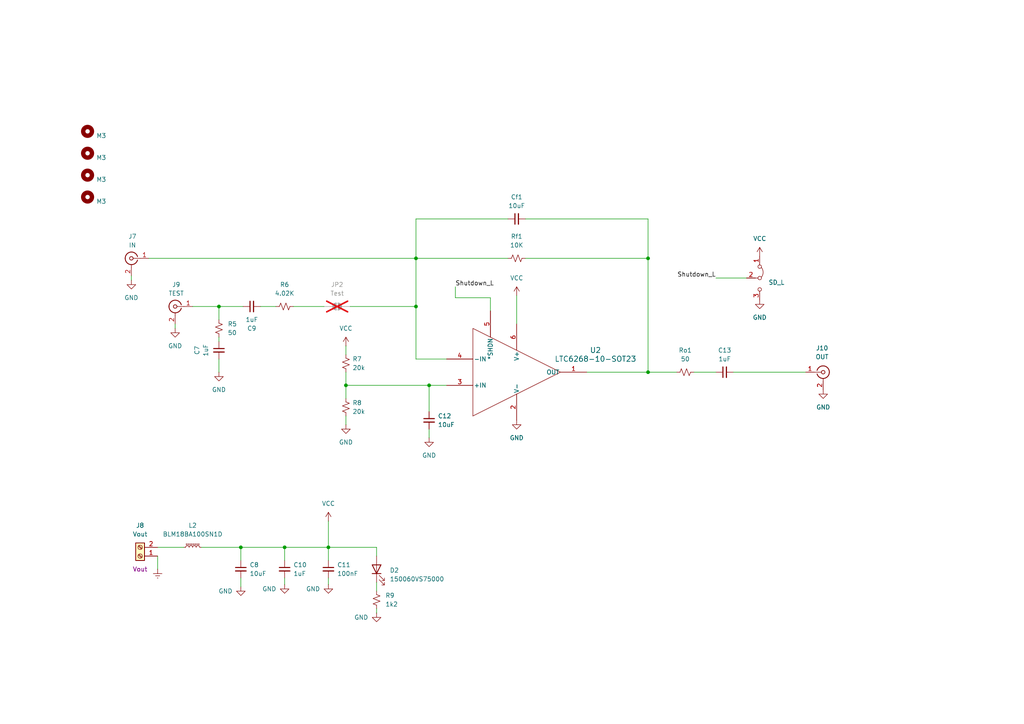
<source format=kicad_sch>
(kicad_sch (version 20231120) (generator "eeschema") (generator_version "8.0")
  (paper "A4")
  (lib_symbols
    (symbol "Connector:Conn_Coaxial" (pin_names (offset 1.016) hide)
      (property "Reference" "J" (at 0.254 3.048 0))
      (property "Value" "Conn_Coaxial" (at 2.921 0 90))
      (symbol "Conn_Coaxial_0_1"
        (arc (start -1.778 -0.508) (mid 0.2311 -1.8066) (end 1.778 0) (stroke (width 0.254)))
        (polyline (pts (xy -2.54 0) (xy -0.508 0)))
        (polyline (pts (xy 0 -2.54) (xy 0 -1.778)))
        (circle (center 0 0) (radius 0.508) (stroke (width 0.2032)))
        (arc (start 1.778 0) (mid 0.2099 1.8101) (end -1.778 0.508) (stroke (width 0.254)))
      )
      (symbol "Conn_Coaxial_1_1"
        (pin passive line (at -5.08 0 0) (length 2.54) (name "In") (number "1"))
        (pin passive line (at 0 -5.08 90) (length 2.54) (name "Ext") (number "2"))
      )
    )
    (symbol "Connector:Screw_Terminal_01x02" (pin_names (offset 1.016) hide)
      (property "Reference" "J" (at 0 2.54 0))
      (property "Value" "Screw_Terminal_01x02" (at 0 -5.08 0))
      (symbol "Screw_Terminal_01x02_1_1"
        (rectangle (start -1.27 1.27) (end 1.27 -3.81) (stroke (width 0.254)) (fill (type background)))
        (circle (center 0 -2.54) (radius 0.635) (stroke (width 0.1524)))
        (polyline (pts (xy -0.5334 -2.2098) (xy 0.3302 -3.048)) (stroke (width 0.1524)))
        (polyline (pts (xy -0.5334 0.3302) (xy 0.3302 -0.508)) (stroke (width 0.1524)))
        (polyline (pts (xy -0.3556 -2.032) (xy 0.508 -2.8702)) (stroke (width 0.1524)))
        (polyline (pts (xy -0.3556 0.508) (xy 0.508 -0.3302)) (stroke (width 0.1524)))
        (circle (center 0 0) (radius 0.635) (stroke (width 0.1524)))
        (pin passive line (at -5.08 0 0) (length 3.81) (name "Pin_1") (number "1"))
        (pin passive line (at -5.08 -2.54 0) (length 3.81) (name "Pin_2") (number "2"))
      )
    )
    (symbol "Device:C_Small" (pin_numbers hide) (pin_names (offset 0.254) hide)
      (property "Reference" "C" (at 0.254 1.778 0))
      (property "Value" "C_Small" (at 0.254 -2.032 0))
      (symbol "C_Small_0_1"
        (polyline (pts (xy -1.524 -0.508) (xy 1.524 -0.508)) (stroke (width 0.3302)))
        (polyline (pts (xy -1.524 0.508) (xy 1.524 0.508)) (stroke (width 0.3048)))
      )
      (symbol "C_Small_1_1"
        (pin passive line (at 0 2.54 270) (length 2.032) (name "~") (number "1"))
        (pin passive line (at 0 -2.54 90) (length 2.032) (name "~") (number "2"))
      )
    )
    (symbol "Device:LED" (pin_numbers hide) (pin_names (offset 1.016) hide)
      (property "Reference" "D" (at 0 2.54 0))
      (property "Value" "LED" (at 0 -2.54 0))
      (symbol "LED_0_1"
        (polyline (pts (xy -1.27 -1.27) (xy -1.27 1.27)) (stroke (width 0.254)))
        (polyline (pts (xy -1.27 0) (xy 1.27 0)))
        (polyline (pts (xy 1.27 -1.27) (xy 1.27 1.27) (xy -1.27 0) (xy 1.27 -1.27)) (stroke (width 0.254)))
        (polyline (pts (xy -3.048 -0.762) (xy -4.572 -2.286) (xy -3.81 -2.286) (xy -4.572 -2.286) (xy -4.572 -1.524)))
        (polyline (pts (xy -1.778 -0.762) (xy -3.302 -2.286) (xy -2.54 -2.286) (xy -3.302 -2.286) (xy -3.302 -1.524)))
      )
      (symbol "LED_1_1"
        (pin passive line (at -3.81 0 0) (length 2.54) (name "K") (number "1"))
        (pin passive line (at 3.81 0 180) (length 2.54) (name "A") (number "2"))
      )
    )
    (symbol "Device:L_Ferrite_Small" (pin_numbers hide) (pin_names (offset 0.254) hide)
      (property "Reference" "L" (at 1.27 1.016 0))
      (property "Value" "L_Ferrite_Small" (at 1.27 -1.27 0))
      (symbol "L_Ferrite_Small_0_1"
        (arc (start 0 -2.032) (mid 0.5058 -1.524) (end 0 -1.016))
        (arc (start 0 -1.016) (mid 0.5058 -0.508) (end 0 0))
        (polyline (pts (xy 0.762 -1.905) (xy 0.762 -1.651)))
        (polyline (pts (xy 0.762 -1.397) (xy 0.762 -1.143)))
        (polyline (pts (xy 0.762 -0.889) (xy 0.762 -0.635)))
        (polyline (pts (xy 0.762 -0.381) (xy 0.762 -0.127)))
        (polyline (pts (xy 0.762 0.127) (xy 0.762 0.381)))
        (polyline (pts (xy 0.762 0.635) (xy 0.762 0.889)))
        (polyline (pts (xy 0.762 1.143) (xy 0.762 1.397)))
        (polyline (pts (xy 0.762 1.651) (xy 0.762 1.905)))
        (polyline (pts (xy 1.016 -1.651) (xy 1.016 -1.905)))
        (polyline (pts (xy 1.016 -1.143) (xy 1.016 -1.397)))
        (polyline (pts (xy 1.016 -0.635) (xy 1.016 -0.889)))
        (polyline (pts (xy 1.016 -0.127) (xy 1.016 -0.381)))
        (polyline (pts (xy 1.016 0.381) (xy 1.016 0.127)))
        (polyline (pts (xy 1.016 0.889) (xy 1.016 0.635)))
        (polyline (pts (xy 1.016 1.397) (xy 1.016 1.143)))
        (polyline (pts (xy 1.016 1.905) (xy 1.016 1.651)))
        (arc (start 0 0) (mid 0.5058 0.508) (end 0 1.016))
        (arc (start 0 1.016) (mid 0.5058 1.524) (end 0 2.032))
      )
      (symbol "L_Ferrite_Small_1_1"
        (pin passive line (at 0 2.54 270) (length 0.508) (name "~") (number "1"))
        (pin passive line (at 0 -2.54 90) (length 0.508) (name "~") (number "2"))
      )
    )
    (symbol "Device:R_Small_US" (pin_numbers hide) (pin_names (offset 0.254) hide)
      (property "Reference" "R" (at 0.762 0.508 0))
      (property "Value" "R_Small_US" (at 0.762 -1.016 0))
      (symbol "R_Small_US_1_1"
        (polyline (pts (xy 0 0) (xy 1.016 -0.381) (xy 0 -0.762) (xy -1.016 -1.143) (xy 0 -1.524)))
        (polyline (pts (xy 0 1.524) (xy 1.016 1.143) (xy 0 0.762) (xy -1.016 0.381) (xy 0 0)))
        (pin passive line (at 0 2.54 270) (length 1.016) (name "~") (number "1"))
        (pin passive line (at 0 -2.54 90) (length 1.016) (name "~") (number "2"))
      )
    )
    (symbol "Jumper:Jumper_3_Bridged12" (pin_names (offset 0) hide) (exclude_from_sim yes) (in_bom no)
      (property "Reference" "JP" (at -2.54 -2.54 0))
      (property "Value" "Jumper_3_Bridged12" (at 0 2.794 0))
      (symbol "Jumper_3_Bridged12_0_0"
        (circle (center -3.302 0) (radius 0.508))
        (circle (center 0 0) (radius 0.508))
        (circle (center 3.302 0) (radius 0.508))
      )
      (symbol "Jumper_3_Bridged12_0_1"
        (arc (start -0.254 0.508) (mid -1.651 0.9912) (end -3.048 0.508))
        (polyline (pts (xy 0 -1.27) (xy 0 -0.508)))
      )
      (symbol "Jumper_3_Bridged12_1_1"
        (pin passive line (at -6.35 0 0) (length 2.54) (name "A") (number "1"))
        (pin passive line (at 0 -3.81 90) (length 2.54) (name "C") (number "2"))
        (pin passive line (at 6.35 0 180) (length 2.54) (name "B") (number "3"))
      )
    )
    (symbol "Jumper:SolderJumper_2_Open" (pin_numbers hide) (pin_names (offset 0) hide) (exclude_from_sim yes) (in_bom no)
      (property "Reference" "JP" (at 0 2.032 0))
      (property "Value" "SolderJumper_2_Open" (at 0 -2.54 0))
      (symbol "SolderJumper_2_Open_0_1"
        (arc (start -0.254 1.016) (mid -1.2656 0) (end -0.254 -1.016))
        (arc (start -0.254 1.016) (mid -1.2656 0) (end -0.254 -1.016) (fill (type outline)))
        (polyline (pts (xy -0.254 1.016) (xy -0.254 -1.016)))
        (polyline (pts (xy 0.254 1.016) (xy 0.254 -1.016)))
        (arc (start 0.254 -1.016) (mid 1.2656 0) (end 0.254 1.016))
        (arc (start 0.254 -1.016) (mid 1.2656 0) (end 0.254 1.016) (fill (type outline)))
      )
      (symbol "SolderJumper_2_Open_1_1"
        (pin passive line (at -3.81 0 0) (length 2.54) (name "A") (number "1"))
        (pin passive line (at 3.81 0 180) (length 2.54) (name "B") (number "2"))
      )
    )
    (symbol "LumiCom_TIA:LTC6268-10-SOT23" (pin_names (offset 0.254))
      (property "Reference" "U" (at 7.62 -9.906 0))
      (property "Value" "LTC6268-10-SOT23" (at 11.176 11.176 0))
      (symbol "LTC6268-10-SOT23_0_1"
        (pin output line (at 20.32 0 180) (length 7.62) (name "OUT") (number "1"))
        (pin power_in line (at 0 -13.97 90) (length 7.62) (name "V-") (number "2"))
        (pin input line (at -20.32 -3.81 0) (length 7.62) (name "+IN") (number "3"))
        (pin input line (at -20.32 3.81 0) (length 7.62) (name "-IN") (number "4"))
        (pin unspecified line (at -7.62 17.78 270) (length 7.62) (name "*SHDN") (number "5"))
        (pin power_in line (at 0 13.97 270) (length 7.62) (name "V+") (number "6"))
      )
      (symbol "LTC6268-10-SOT23_1_1"
        (polyline (pts (xy -12.7 -12.7) (xy -12.7 12.7) (xy 12.7 0) (xy -12.7 -12.7)))
      )
    )
    (symbol "Mechanical:MountingHole" (pin_names (offset 1.016)) (exclude_from_sim yes) (in_bom no)
      (property "Reference" "H" (at 0 5.08 0))
      (property "Value" "MountingHole" (at 0 3.175 0))
      (symbol "MountingHole_0_1"
        (circle (center 0 0) (radius 1.27) (stroke (width 1.27)))
      )
    )
    (symbol "power:Earth" (power) (pin_numbers hide) (pin_names (offset 0) hide)
      (property "Value" "Earth" (at 0 -3.81 0))
      (symbol "Earth_0_1"
        (polyline (pts (xy -0.635 -1.905) (xy 0.635 -1.905)))
        (polyline (pts (xy -0.127 -2.54) (xy 0.127 -2.54)))
        (polyline (pts (xy 0 -1.27) (xy 0 0)))
        (polyline (pts (xy 1.27 -1.27) (xy -1.27 -1.27)))
      )
      (symbol "Earth_1_1"
        (pin power_in line (at 0 0 270) (length 0) (name "~") (number "1"))
      )
    )
    (symbol "power:GND" (power) (pin_numbers hide) (pin_names (offset 0) hide)
      (property "Value" "GND" (at 0 -3.81 0))
      (symbol "GND_0_1"
        (polyline (pts (xy 0 0) (xy 0 -1.27) (xy 1.27 -1.27) (xy 0 -2.54) (xy -1.27 -1.27) (xy 0 -1.27)))
      )
      (symbol "GND_1_1"
        (pin power_in line (at 0 0 270) (length 0) (name "~") (number "1"))
      )
    )
    (symbol "power:VCC" (power) (pin_numbers hide) (pin_names (offset 0) hide)
      (property "Value" "VCC" (at 0 3.556 0))
      (symbol "VCC_0_1"
        (polyline (pts (xy -0.762 1.27) (xy 0 2.54)))
        (polyline (pts (xy 0 0) (xy 0 2.54)))
        (polyline (pts (xy 0 2.54) (xy 0.762 1.27)))
      )
      (symbol "VCC_1_1"
        (pin power_in line (at 0 0 90) (length 0) (name "~") (number "1"))
      )
    )
  )
  (junction (at 120.65 88.9))
  (junction (at 82.55 158.75))
  (junction (at 120.65 74.93))
  (junction (at 124.46 111.76))
  (junction (at 187.96 107.95))
  (junction (at 69.85 158.75))
  (junction (at 187.96 74.93))
  (junction (at 100.33 111.76))
  (junction (at 63.5 88.9))
  (junction (at 95.25 158.75))
  (wire (pts (xy 100.33 120.65) (xy 100.33 123.19)))
  (wire (pts (xy 212.725 107.95) (xy 233.68 107.95)))
  (wire (pts (xy 142.24 86.36) (xy 142.24 90.17)))
  (wire (pts (xy 120.65 63.5) (xy 120.65 74.93)))
  (wire (pts (xy 100.33 111.76) (xy 124.46 111.76)))
  (wire (pts (xy 109.22 177.8) (xy 109.22 176.53)))
  (wire (pts (xy 82.55 158.75) (xy 95.25 158.75)))
  (wire (pts (xy 58.42 158.75) (xy 69.85 158.75)))
  (wire (pts (xy 100.33 111.76) (xy 100.33 115.57)))
  (wire (pts (xy 95.25 162.56) (xy 95.25 158.75)))
  (wire (pts (xy 69.85 167.64) (xy 69.85 170.18)))
  (wire (pts (xy 69.85 158.75) (xy 82.55 158.75)))
  (wire (pts (xy 201.295 107.95) (xy 207.645 107.95)))
  (wire (pts (xy 187.96 74.93) (xy 152.4 74.93)))
  (wire (pts (xy 109.22 161.29) (xy 109.22 158.75)))
  (wire (pts (xy 152.4 63.5) (xy 187.96 63.5)))
  (wire (pts (xy 82.55 162.56) (xy 82.55 158.75)))
  (wire (pts (xy 170.18 107.95) (xy 187.96 107.95)))
  (wire (pts (xy 109.22 158.75) (xy 95.25 158.75)))
  (wire (pts (xy 120.65 88.9) (xy 120.65 104.14)))
  (wire (pts (xy 63.5 99.06) (xy 63.5 97.79)))
  (wire (pts (xy 101.6 88.9) (xy 120.65 88.9)))
  (wire (pts (xy 132.08 86.36) (xy 142.24 86.36)))
  (wire (pts (xy 124.46 127) (xy 124.46 124.46)))
  (wire (pts (xy 85.09 88.9) (xy 93.98 88.9)))
  (wire (pts (xy 43.18 74.93) (xy 120.65 74.93)))
  (wire (pts (xy 132.08 83.185) (xy 132.08 86.36)))
  (wire (pts (xy 187.96 107.95) (xy 196.215 107.95)))
  (wire (pts (xy 63.5 92.71) (xy 63.5 88.9)))
  (wire (pts (xy 120.65 63.5) (xy 147.32 63.5)))
  (wire (pts (xy 100.33 107.95) (xy 100.33 111.76)))
  (wire (pts (xy 95.25 151.13) (xy 95.25 158.75)))
  (wire (pts (xy 120.65 104.14) (xy 129.54 104.14)))
  (wire (pts (xy 63.5 88.9) (xy 70.485 88.9)))
  (wire (pts (xy 95.25 167.64) (xy 95.25 169.545)))
  (wire (pts (xy 63.5 107.95) (xy 63.5 104.14)))
  (wire (pts (xy 45.72 158.75) (xy 53.34 158.75)))
  (wire (pts (xy 75.565 88.9) (xy 80.01 88.9)))
  (wire (pts (xy 109.22 171.45) (xy 109.22 168.91)))
  (wire (pts (xy 120.65 74.93) (xy 147.32 74.93)))
  (wire (pts (xy 45.72 161.29) (xy 45.72 165.1)))
  (wire (pts (xy 124.46 111.76) (xy 129.54 111.76)))
  (wire (pts (xy 187.96 74.93) (xy 187.96 107.95)))
  (wire (pts (xy 100.33 102.87) (xy 100.33 100.33)))
  (wire (pts (xy 82.55 167.64) (xy 82.55 169.545)))
  (wire (pts (xy 149.86 85.725) (xy 149.86 93.98)))
  (wire (pts (xy 187.96 63.5) (xy 187.96 74.93)))
  (wire (pts (xy 50.8 95.25) (xy 50.8 93.98)))
  (wire (pts (xy 55.88 88.9) (xy 63.5 88.9)))
  (wire (pts (xy 124.46 119.38) (xy 124.46 111.76)))
  (wire (pts (xy 207.645 80.645) (xy 216.535 80.645)))
  (wire (pts (xy 69.85 158.75) (xy 69.85 162.56)))
  (wire (pts (xy 120.65 74.93) (xy 120.65 88.9)))
  (wire (pts (xy 38.1 80.01) (xy 38.1 81.28)))
  (label "Shutdown_L" (at 207.645 80.645 180))
  (label "Shutdown_L" (at 132.08 83.185 0))
  (symbol (lib_id "power:GND") (at 100.33 123.19 0) (unit 1)
    (property "Reference" "#PWR026" (effects (hide yes)))
    (property "Value" "GND" (at 100.33 128.27 0))
    (property "Description" "Power symbol creates a global label with name \"GND\" , ground" (effects (hide yes)))
  )
  (symbol (lib_id "power:VCC") (at 149.86 85.725 0) (unit 1)
    (property "Reference" "#PWR029" (effects (hide yes)))
    (property "Value" "VCC" (at 149.86 80.645 0))
    (property "Description" "Power symbol creates a global label with name \"VCC\"" (effects (hide yes)))
  )
  (symbol (lib_id "Device:R_Small_US") (at 82.55 88.9 90) (unit 1)
    (property "Reference" "R6" (at 82.55 82.55 90))
    (property "Value" "4.02K" (at 82.55 85.09 90))
    (property "Footprint" "Resistor_SMD:R_0603_1608Metric_Pad0.98x0.95mm_HandSolder" (effects (hide yes)))
    (property "Description" "Resistor, small US symbol" (effects (hide yes)))
  )
  (symbol (lib_id "Device:C_Small") (at 210.185 107.95 90) (unit 1)
    (property "Reference" "C13" (at 210.1913 101.6 90))
    (property "Value" "1uF" (at 210.1913 104.14 90))
    (property "Footprint" "Capacitor_SMD:C_0603_1608Metric_Pad1.08x0.95mm_HandSolder" (effects (hide yes)))
    (property "Description" "Unpolarized capacitor, small symbol" (effects (hide yes)))
  )
  (symbol (lib_id "Device:C_Small") (at 149.86 63.5 90) (unit 1)
    (property "Reference" "Cf1" (at 149.8663 57.15 90))
    (property "Value" "10uF" (at 149.8663 59.69 90))
    (property "Footprint" "Capacitor_SMD:C_0603_1608Metric_Pad1.08x0.95mm_HandSolder" (effects (hide yes)))
    (property "Description" "Unpolarized capacitor, small symbol" (effects (hide yes)))
  )
  (symbol (lib_id "Mechanical:MountingHole") (at 25.4 50.8 0) (unit 1) (exclude_from_sim yes) (in_bom no)
    (property "Reference" "H7" (effects (hide yes)))
    (property "Value" "M3" (at 27.94 52.0699 0) (effects (justify left)))
    (property "Footprint" "MountingHole:MountingHole_3.2mm_M3_DIN965" (effects (hide yes)))
    (property "Description" "Mounting Hole without connection" (effects (hide yes)))
  )
  (symbol (lib_id "power:GND") (at 38.1 81.28 0) (unit 1)
    (property "Reference" "#PWR017" (effects (hide yes)))
    (property "Value" "GND" (at 38.1 86.36 0))
    (property "Description" "Power symbol creates a global label with name \"GND\" , ground" (effects (hide yes)))
  )
  (symbol (lib_id "Connector:Conn_Coaxial") (at 238.76 107.95 0) (unit 1)
    (property "Reference" "J10" (at 238.4426 100.965 0))
    (property "Value" "OUT" (at 238.4426 103.505 0))
    (property "Footprint" "LumiCom_TIA:RFSOLUTIONS_CON-SMA-EDGE-S" (effects (hide yes)))
    (property "Datasheet" " ~" (effects (hide yes)))
    (property "Description" "coaxial connector (BNC, SMA, SMB, SMC, Cinch/RCA, LEMO, ...)" (effects (hide yes)))
  )
  (symbol (lib_id "power:GND") (at 50.8 95.25 0) (unit 1)
    (property "Reference" "#PWR019" (effects (hide yes)))
    (property "Value" "GND" (at 50.8 100.33 0))
    (property "Description" "Power symbol creates a global label with name \"GND\" , ground" (effects (hide yes)))
  )
  (symbol (lib_id "Device:L_Ferrite_Small") (at 55.88 158.75 90) (unit 1)
    (property "Reference" "L2" (at 55.88 152.4 90))
    (property "Value" "BLM18BA100SN1D" (at 55.88 154.94 90))
    (property "Footprint" "Inductor_SMD:L_0603_1608Metric_Pad1.05x0.95mm_HandSolder" (effects (hide yes)))
    (property "Description" "Inductor with ferrite core, small symbol" (effects (hide yes)))
  )
  (symbol (lib_id "Device:C_Small") (at 124.46 121.92 0) (unit 1)
    (property "Reference" "C12" (at 127 120.6562 0) (effects (justify left)))
    (property "Value" "10uF" (at 127 123.1962 0) (effects (justify left)))
    (property "Footprint" "Capacitor_SMD:C_0603_1608Metric_Pad1.08x0.95mm_HandSolder" (effects (hide yes)))
    (property "Description" "Unpolarized capacitor, small symbol" (effects (hide yes)))
  )
  (symbol (lib_id "Device:R_Small_US") (at 100.33 105.41 0) (unit 1)
    (property "Reference" "R7" (at 102.235 104.1399 0) (effects (justify left)))
    (property "Value" "20k" (at 102.235 106.6799 0) (effects (justify left)))
    (property "Footprint" "Resistor_SMD:R_0603_1608Metric_Pad0.98x0.95mm_HandSolder" (effects (hide yes)))
    (property "Description" "Resistor, small US symbol" (effects (hide yes)))
  )
  (symbol (lib_id "Mechanical:MountingHole") (at 25.4 44.45 0) (unit 1) (exclude_from_sim yes) (in_bom no)
    (property "Reference" "H6" (effects (hide yes)))
    (property "Value" "M3" (at 27.94 45.7199 0) (effects (justify left)))
    (property "Footprint" "MountingHole:MountingHole_3.2mm_M3_DIN965" (effects (hide yes)))
    (property "Description" "Mounting Hole without connection" (effects (hide yes)))
  )
  (symbol (lib_id "Connector:Conn_Coaxial") (at 38.1 74.93 0) (mirror y) (unit 1)
    (property "Reference" "J7" (at 38.4174 68.58 0))
    (property "Value" "IN" (at 38.4174 71.12 0))
    (property "Footprint" "LumiCom_TIA:RFSOLUTIONS_CON-SMA-EDGE-S" (effects (hide yes)))
    (property "Datasheet" " ~" (effects (hide yes)))
    (property "Description" "coaxial connector (BNC, SMA, SMB, SMC, Cinch/RCA, LEMO, ...)" (effects (hide yes)))
  )
  (symbol (lib_id "Device:R_Small_US") (at 100.33 118.11 0) (unit 1)
    (property "Reference" "R8" (at 102.235 116.8399 0) (effects (justify left)))
    (property "Value" "20k" (at 102.235 119.3799 0) (effects (justify left)))
    (property "Footprint" "Resistor_SMD:R_0603_1608Metric_Pad0.98x0.95mm_HandSolder" (effects (hide yes)))
    (property "Description" "Resistor, small US symbol" (effects (hide yes)))
  )
  (symbol (lib_id "Device:LED") (at 109.22 165.1 90) (unit 1)
    (property "Reference" "D2" (at 113.03 165.4174 90) (effects (justify right)))
    (property "Value" "150060VS75000 " (at 113.03 167.9574 90) (effects (justify right)))
    (property "Footprint" "LumiCom_TIA:LEDC1608X80N" (effects (hide yes)))
    (property "Description" "Light emitting diode" (effects (hide yes)))
  )
  (symbol (lib_id "Device:C_Small") (at 63.5 101.6 0) (mirror y) (unit 1)
    (property "Reference" "C7" (at 57.15 101.6063 90))
    (property "Value" "1uF" (at 59.69 101.6063 90))
    (property "Footprint" "Capacitor_SMD:C_0603_1608Metric_Pad1.08x0.95mm_HandSolder" (effects (hide yes)))
    (property "Description" "Unpolarized capacitor, small symbol" (effects (hide yes)))
  )
  (symbol (lib_id "Device:C_Small") (at 95.25 165.1 0) (unit 1)
    (property "Reference" "C11" (at 97.79 163.8362 0) (effects (justify left)))
    (property "Value" "100nF" (at 97.79 166.3762 0) (effects (justify left)))
    (property "Footprint" "Capacitor_SMD:C_0603_1608Metric_Pad1.08x0.95mm_HandSolder" (effects (hide yes)))
    (property "Description" "Unpolarized capacitor, small symbol" (effects (hide yes)))
  )
  (symbol (lib_id "Jumper:SolderJumper_2_Open") (at 97.79 88.9 0) (unit 1) (exclude_from_sim yes) (in_bom no) (dnp yes)
    (property "Reference" "JP2" (at 97.79 82.55 0))
    (property "Value" "Test" (at 97.79 85.09 0))
    (property "Footprint" "Resistor_SMD:R_0603_1608Metric_Pad0.98x0.95mm_HandSolder" (effects (hide yes)))
    (property "Description" "Solder Jumper, 2-pole, open" (effects (hide yes)))
  )
  (symbol (lib_id "power:GND") (at 238.76 113.03 0) (unit 1)
    (property "Reference" "#PWR033" (effects (hide yes)))
    (property "Value" "GND" (at 238.76 118.11 0))
    (property "Description" "Power symbol creates a global label with name \"GND\" , ground" (effects (hide yes)))
  )
  (symbol (lib_id "Jumper:Jumper_3_Bridged12") (at 220.345 80.645 270) (unit 1) (exclude_from_sim yes) (in_bom no)
    (property "Reference" "SD_L1" (effects (hide yes)))
    (property "Value" "SD_L" (at 222.885 81.9149 90) (effects (justify left)))
    (property "Footprint" "Connector_PinHeader_2.54mm:PinHeader_1x03_P2.54mm_Vertical" (effects (hide yes)))
    (property "Description" "Jumper, 3-pole, pins 1+2 closed/bridged" (effects (hide yes)))
  )
  (symbol (lib_id "Device:C_Small") (at 73.025 88.9 90) (mirror x) (unit 1)
    (property "Reference" "C9" (at 73.0313 95.25 90))
    (property "Value" "1uF" (at 73.0313 92.71 90))
    (property "Footprint" "Capacitor_SMD:C_0603_1608Metric_Pad1.08x0.95mm_HandSolder" (effects (hide yes)))
    (property "Description" "Unpolarized capacitor, small symbol" (effects (hide yes)))
  )
  (symbol (lib_id "power:VCC") (at 100.33 100.33 0) (unit 1)
    (property "Reference" "#PWR025" (effects (hide yes)))
    (property "Value" "VCC" (at 100.33 95.25 0))
    (property "Description" "Power symbol creates a global label with name \"VCC\"" (effects (hide yes)))
  )
  (symbol (lib_id "power:Earth") (at 45.72 165.1 0) (unit 1)
    (property "Reference" "#PWR018" (effects (hide yes)))
    (property "Value" "GND" (effects (hide yes)))
  )
  (symbol (lib_id "Device:R_Small_US") (at 149.86 74.93 90) (unit 1)
    (property "Reference" "Rf1" (at 149.86 68.58 90))
    (property "Value" "10K" (at 149.86 71.12 90))
    (property "Footprint" "Resistor_SMD:R_0603_1608Metric_Pad0.98x0.95mm_HandSolder" (effects (hide yes)))
    (property "Description" "Resistor, small US symbol" (effects (hide yes)))
  )
  (symbol (lib_id "LumiCom_TIA:LTC6268-10-SOT23") (at 149.86 107.95 0) (unit 1)
    (property "Reference" "U2" (at 172.72 101.5714 0) (effects (font (size 1.524 1.524))))
    (property "Value" "LTC6268-10-SOT23" (at 172.72 104.1114 0) (effects (font (size 1.524 1.524))))
    (property "Footprint" "LumiCom_TIA:TSOT-23_S6_LIT" (effects (hide yes)))
    (property "Datasheet" "https://www.analog.com/media/en/technical-documentation/data-sheets/626810f.pdf" (effects (hide yes)))
  )
  (symbol (lib_id "Mechanical:MountingHole") (at 25.4 57.15 0) (unit 1) (exclude_from_sim yes) (in_bom no)
    (property "Reference" "H8" (effects (hide yes)))
    (property "Value" "M3" (at 27.94 58.4199 0) (effects (justify left)))
    (property "Footprint" "MountingHole:MountingHole_3.2mm_M3_DIN965" (effects (hide yes)))
    (property "Description" "Mounting Hole without connection" (effects (hide yes)))
  )
  (symbol (lib_id "Device:R_Small_US") (at 109.22 173.99 0) (unit 1)
    (property "Reference" "R9" (at 111.76 172.7199 0) (effects (justify left)))
    (property "Value" "1k2" (at 111.76 175.2599 0) (effects (justify left)))
    (property "Footprint" "Resistor_SMD:R_0603_1608Metric_Pad0.98x0.95mm_HandSolder" (effects (hide yes)))
    (property "Description" "Resistor, small US symbol" (effects (hide yes)))
  )
  (symbol (lib_id "power:VCC") (at 95.25 151.13 0) (unit 1)
    (property "Reference" "#PWR023" (effects (hide yes)))
    (property "Value" "VCC" (at 95.25 146.05 0))
    (property "Description" "Power symbol creates a global label with name \"VCC\"" (effects (hide yes)))
  )
  (symbol (lib_id "power:GND") (at 63.5 107.95 0) (unit 1)
    (property "Reference" "#PWR020" (effects (hide yes)))
    (property "Value" "GND" (at 63.5 113.03 0))
    (property "Description" "Power symbol creates a global label with name \"GND\" , ground" (effects (hide yes)))
  )
  (symbol (lib_id "Device:R_Small_US") (at 198.755 107.95 90) (unit 1)
    (property "Reference" "Ro1" (at 198.755 101.6 90))
    (property "Value" "50" (at 198.755 104.14 90))
    (property "Footprint" "Resistor_SMD:R_0603_1608Metric_Pad0.98x0.95mm_HandSolder" (effects (hide yes)))
    (property "Description" "Resistor, small US symbol" (effects (hide yes)))
  )
  (symbol (lib_id "power:GND") (at 124.46 127 0) (unit 1)
    (property "Reference" "#PWR028" (effects (hide yes)))
    (property "Value" "GND" (at 124.46 132.08 0))
    (property "Description" "Power symbol creates a global label with name \"GND\" , ground" (effects (hide yes)))
  )
  (symbol (lib_id "Mechanical:MountingHole") (at 25.4 38.1 0) (unit 1) (exclude_from_sim yes) (in_bom no)
    (property "Reference" "H5" (effects (hide yes)))
    (property "Value" "M3" (at 27.94 39.3699 0) (effects (justify left)))
    (property "Footprint" "MountingHole:MountingHole_3.2mm_M3_DIN965" (effects (hide yes)))
    (property "Description" "Mounting Hole without connection" (effects (hide yes)))
  )
  (symbol (lib_id "power:GND") (at 82.55 169.545 0) (unit 1)
    (property "Reference" "#PWR022" (effects (hide yes)))
    (property "Value" "GND" (at 78.105 170.815 0))
    (property "Description" "Power symbol creates a global label with name \"GND\" , ground" (effects (hide yes)))
  )
  (symbol (lib_id "power:GND") (at 95.25 169.545 0) (unit 1)
    (property "Reference" "#PWR024" (effects (hide yes)))
    (property "Value" "GND" (at 90.805 170.815 0))
    (property "Description" "Power symbol creates a global label with name \"GND\" , ground" (effects (hide yes)))
  )
  (symbol (lib_id "power:VCC") (at 220.345 74.295 0) (unit 1)
    (property "Reference" "#PWR031" (effects (hide yes)))
    (property "Value" "VCC" (at 220.345 69.215 0))
    (property "Description" "Power symbol creates a global label with name \"VCC\"" (effects (hide yes)))
  )
  (symbol (lib_id "power:GND") (at 69.85 170.18 0) (unit 1)
    (property "Reference" "#PWR021" (effects (hide yes)))
    (property "Value" "GND" (at 65.405 171.45 0))
    (property "Description" "Power symbol creates a global label with name \"GND\" , ground" (effects (hide yes)))
  )
  (symbol (lib_id "power:GND") (at 149.86 121.92 0) (unit 1)
    (property "Reference" "#PWR030" (effects (hide yes)))
    (property "Value" "GND" (at 149.86 127 0))
    (property "Description" "Power symbol creates a global label with name \"GND\" , ground" (effects (hide yes)))
  )
  (symbol (lib_id "Device:C_Small") (at 69.85 165.1 0) (unit 1)
    (property "Reference" "C8" (at 72.39 163.8362 0) (effects (justify left)))
    (property "Value" "10uF" (at 72.39 166.3762 0) (effects (justify left)))
    (property "Footprint" "Capacitor_SMD:C_0603_1608Metric_Pad1.08x0.95mm_HandSolder" (effects (hide yes)))
    (property "Description" "Unpolarized capacitor, small symbol" (effects (hide yes)))
  )
  (symbol (lib_id "Device:C_Small") (at 82.55 165.1 0) (unit 1)
    (property "Reference" "C10" (at 85.09 163.8362 0) (effects (justify left)))
    (property "Value" "1uF" (at 85.09 166.3762 0) (effects (justify left)))
    (property "Footprint" "Capacitor_SMD:C_0603_1608Metric_Pad1.08x0.95mm_HandSolder" (effects (hide yes)))
    (property "Description" "Unpolarized capacitor, small symbol" (effects (hide yes)))
  )
  (symbol (lib_id "power:GND") (at 220.345 86.995 0) (unit 1)
    (property "Reference" "#PWR032" (effects (hide yes)))
    (property "Value" "GND" (at 220.345 92.075 0))
    (property "Description" "Power symbol creates a global label with name \"GND\" , ground" (effects (hide yes)))
  )
  (symbol (lib_id "Device:R_Small_US") (at 63.5 95.25 0) (unit 1)
    (property "Reference" "R5" (at 66.04 93.9799 0) (effects (justify left)))
    (property "Value" "50" (at 66.04 96.5199 0) (effects (justify left)))
    (property "Footprint" "Resistor_SMD:R_0603_1608Metric_Pad0.98x0.95mm_HandSolder" (effects (hide yes)))
    (property "Description" "Resistor, small US symbol" (effects (hide yes)))
  )
  (symbol (lib_id "Connector:Conn_Coaxial") (at 50.8 88.9 0) (mirror y) (unit 1)
    (property "Reference" "J9" (at 51.1174 82.55 0))
    (property "Value" "TEST" (at 51.1174 85.09 0))
    (property "Footprint" "LumiCom_TIA:RFSOLUTIONS_CON-SMA-EDGE-S" (effects (hide yes)))
    (property "Datasheet" " ~" (effects (hide yes)))
    (property "Description" "coaxial connector (BNC, SMA, SMB, SMC, Cinch/RCA, LEMO, ...)" (effects (hide yes)))
  )
  (symbol (lib_id "power:GND") (at 109.22 177.8 0) (unit 1)
    (property "Reference" "#PWR027" (effects (hide yes)))
    (property "Value" "GND" (at 104.775 179.07 0))
    (property "Description" "Power symbol creates a global label with name \"GND\" , ground" (effects (hide yes)))
  )
  (symbol (lib_id "Connector:Screw_Terminal_01x02") (at 40.64 161.29 180) (unit 1)
    (property "Reference" "J8" (at 40.64 152.4 0))
    (property "Value" "Vout" (at 40.64 154.94 0))
    (property "Footprint" "TerminalBlock_Phoenix:TerminalBlock_Phoenix_MPT-0,5-2-2.54_1x02_P2.54mm_Horizontal" (effects (hide yes)))
    (property "Description" "Vout" (at 40.64 165.1 0))
  )
)
</source>
